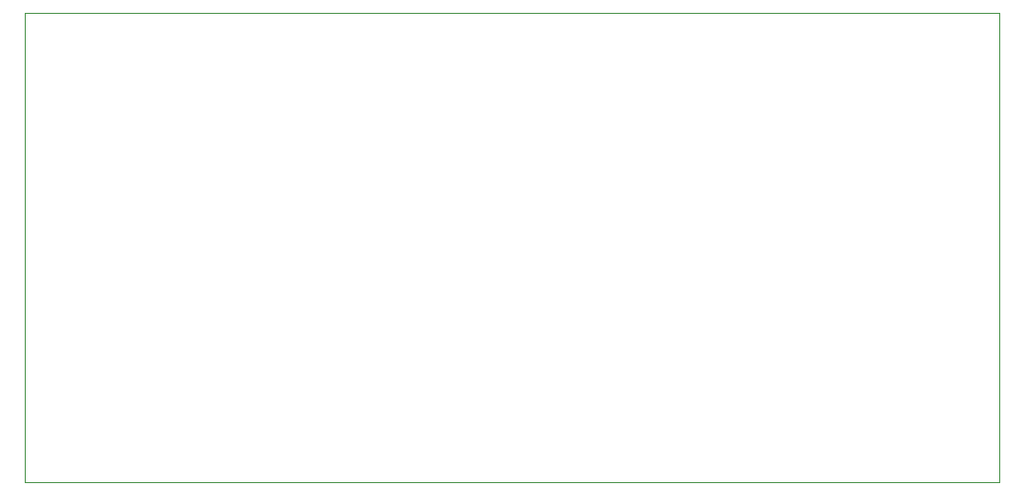
<source format=gbr>
G04 #@! TF.FileFunction,Profile,NP*
%FSLAX46Y46*%
G04 Gerber Fmt 4.6, Leading zero omitted, Abs format (unit mm)*
G04 Created by KiCad (PCBNEW 4.0.5+dfsg1-4~bpo8+1) date Wed Apr 26 23:39:42 2017*
%MOMM*%
%LPD*%
G01*
G04 APERTURE LIST*
%ADD10C,0.100000*%
G04 APERTURE END LIST*
D10*
X219456000Y-140716000D02*
X136144000Y-140716000D01*
X219456000Y-100584000D02*
X219456000Y-140716000D01*
X136144000Y-100584000D02*
X219456000Y-100584000D01*
X136144000Y-140716000D02*
X136144000Y-100584000D01*
M02*

</source>
